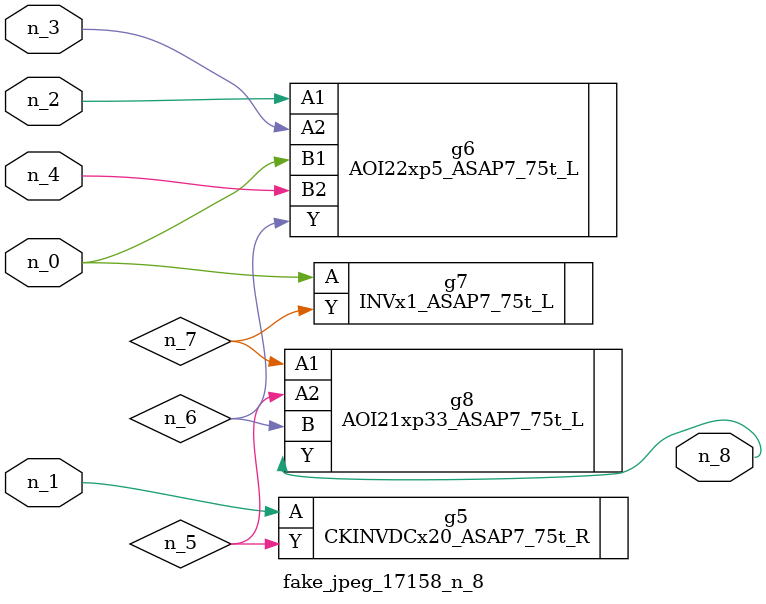
<source format=v>
module fake_jpeg_17158_n_8 (n_3, n_2, n_1, n_0, n_4, n_8);

input n_3;
input n_2;
input n_1;
input n_0;
input n_4;

output n_8;

wire n_6;
wire n_5;
wire n_7;

CKINVDCx20_ASAP7_75t_R g5 ( 
.A(n_1),
.Y(n_5)
);

AOI22xp5_ASAP7_75t_L g6 ( 
.A1(n_2),
.A2(n_3),
.B1(n_0),
.B2(n_4),
.Y(n_6)
);

INVx1_ASAP7_75t_L g7 ( 
.A(n_0),
.Y(n_7)
);

AOI21xp33_ASAP7_75t_L g8 ( 
.A1(n_7),
.A2(n_5),
.B(n_6),
.Y(n_8)
);


endmodule
</source>
